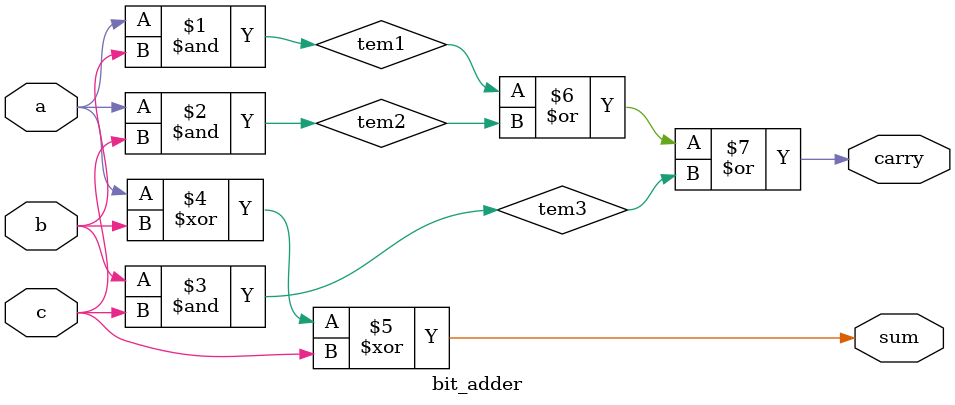
<source format=v>
module adder(input  [31:0] a,
			 input  [31:0] b,
			 input  [31:0] c,
			 output [31:0] sum,
			 output [31:0] carry);
   
wire tem0, tem1;
assign carry[0] = 0;
bit_adder a0(.a(a[0]), .b(b[0]), .c(c[0]), .sum(sum[0]), .carry(carry[1]));
bit_adder a1(.a(a[1]), .b(b[1]), .c(c[1]), .sum(sum[1]), .carry(carry[2]));
bit_adder a2(.a(a[2]), .b(b[2]), .c(c[2]), .sum(sum[2]), .carry(carry[3]));
bit_adder a3(.a(a[3]), .b(b[3]), .c(c[3]), .sum(sum[3]), .carry(carry[4]));
bit_adder a4(.a(a[4]), .b(b[4]), .c(c[4]), .sum(sum[4]), .carry(carry[5]));
bit_adder a5(.a(a[5]), .b(b[5]), .c(c[5]), .sum(sum[5]), .carry(carry[6]));
bit_adder a6(.a(a[6]), .b(b[6]), .c(c[6]), .sum(sum[6]), .carry(carry[7]));
bit_adder a7(.a(a[7]), .b(b[7]), .c(c[7]), .sum(sum[7]), .carry(carry[8]));
bit_adder a8(.a(a[8]), .b(b[8]), .c(c[8]), .sum(sum[8]), .carry(carry[9]));
bit_adder a9(.a(a[9]), .b(b[9]), .c(c[9]), .sum(sum[9]), .carry(carry[10]));
bit_adder a10(.a(a[10]), .b(b[10]), .c(c[10]), .sum(sum[10]), .carry(carry[11]));
bit_adder a11(.a(a[11]), .b(b[11]), .c(c[11]), .sum(sum[11]), .carry(carry[12]));
bit_adder a12(.a(a[12]), .b(b[12]), .c(c[12]), .sum(sum[12]), .carry(carry[13]));
bit_adder a13(.a(a[13]), .b(b[13]), .c(c[13]), .sum(sum[13]), .carry(carry[14]));
bit_adder a14(.a(a[14]), .b(b[14]), .c(c[14]), .sum(sum[14]), .carry(carry[15]));
bit_adder a15(.a(a[15]), .b(b[15]), .c(c[15]), .sum(sum[15]), .carry(carry[16]));
bit_adder a16(.a(a[16]), .b(b[16]), .c(c[16]), .sum(sum[16]), .carry(carry[17]));
bit_adder a17(.a(a[17]), .b(b[17]), .c(c[17]), .sum(sum[17]), .carry(carry[18]));
bit_adder a18(.a(a[18]), .b(b[18]), .c(c[18]), .sum(sum[18]), .carry(carry[19]));
bit_adder a19(.a(a[19]), .b(b[19]), .c(c[19]), .sum(sum[19]), .carry(carry[20]));
bit_adder a20(.a(a[20]), .b(b[20]), .c(c[20]), .sum(sum[20]), .carry(carry[21]));
bit_adder a21(.a(a[21]), .b(b[21]), .c(c[21]), .sum(sum[21]), .carry(carry[22]));
bit_adder a22(.a(a[22]), .b(b[22]), .c(c[22]), .sum(sum[22]), .carry(carry[23]));
bit_adder a23(.a(a[23]), .b(b[23]), .c(c[23]), .sum(sum[23]), .carry(carry[24]));
bit_adder a24(.a(a[24]), .b(b[24]), .c(c[24]), .sum(sum[24]), .carry(carry[25]));
bit_adder a25(.a(a[25]), .b(b[25]), .c(c[25]), .sum(sum[25]), .carry(carry[26]));
bit_adder a26(.a(a[26]), .b(b[26]), .c(c[26]), .sum(sum[26]), .carry(carry[27]));
bit_adder a27(.a(a[27]), .b(b[27]), .c(c[27]), .sum(sum[27]), .carry(carry[28]));
bit_adder a28(.a(a[28]), .b(b[28]), .c(c[28]), .sum(sum[28]), .carry(carry[29]));
bit_adder a29(.a(a[29]), .b(b[29]), .c(c[29]), .sum(sum[29]), .carry(carry[30]));
bit_adder a30(.a(a[30]), .b(b[30]), .c(c[30]), .sum(sum[30]), .carry(carry[31]));
bit_adder a31(.a(a[31]), .b(b[31]), .c(c[31]), .sum(sum[31]), .carry(tem0));
    
endmodule

module bit_adder(input a,
			     input b,
				 input c,
				// input cin,
				 output sum,
				 output carry);
   
 wire tem1, tem2, tem3;
 assign tem1 = a & b;
 assign tem2 = a & c;
 assign tem3 = b & c;
 //assign tem5 = b & cin;
 //assign tem6 = c & cin;
 
 assign sum = a ^ b ^ c;
 assign carry = tem1 | tem2 | tem3;
    
endmodule
</source>
